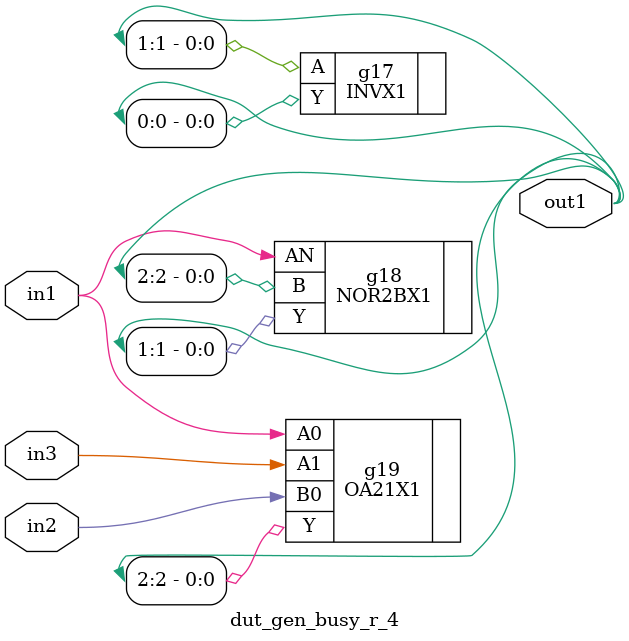
<source format=v>
`timescale 1ps / 1ps


module dut_gen_busy_r_4(in1, in2, in3, out1);
  input in1, in2, in3;
  output [2:0] out1;
  wire in1, in2, in3;
  wire [2:0] out1;
  INVX1 g17(.A (out1[1]), .Y (out1[0]));
  NOR2BX1 g18(.AN (in1), .B (out1[2]), .Y (out1[1]));
  OA21X1 g19(.A0 (in1), .A1 (in3), .B0 (in2), .Y (out1[2]));
endmodule



</source>
